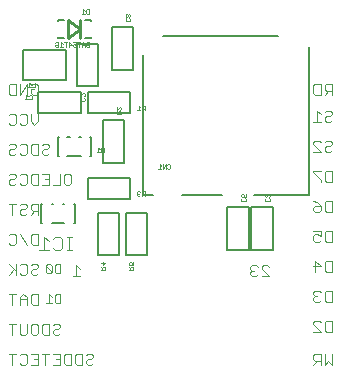
<source format=gbr>
G04 EAGLE Gerber RS-274X export*
G75*
%MOMM*%
%FSLAX34Y34*%
%LPD*%
%INSilkscreen Bottom*%
%IPPOS*%
%AMOC8*
5,1,8,0,0,1.08239X$1,22.5*%
G01*
%ADD10C,0.076200*%
%ADD11C,0.127000*%
%ADD12C,0.025400*%
%ADD13C,0.254000*%
%ADD14C,0.152400*%
%ADD15C,0.101600*%


D10*
X113919Y95552D02*
X110784Y98687D01*
X110784Y89281D01*
X113919Y89281D02*
X107648Y89281D01*
X267668Y89281D02*
X273939Y89281D01*
X267668Y95552D01*
X267668Y97119D01*
X269236Y98687D01*
X272371Y98687D01*
X273939Y97119D01*
X264584Y97119D02*
X263016Y98687D01*
X259881Y98687D01*
X258313Y97119D01*
X258313Y95552D01*
X259881Y93984D01*
X261448Y93984D01*
X259881Y93984D02*
X258313Y92416D01*
X258313Y90849D01*
X259881Y89281D01*
X263016Y89281D01*
X264584Y90849D01*
X120558Y23757D02*
X118990Y22189D01*
X120558Y23757D02*
X123693Y23757D01*
X125261Y22189D01*
X125261Y20622D01*
X123693Y19054D01*
X120558Y19054D01*
X118990Y17486D01*
X118990Y15919D01*
X120558Y14351D01*
X123693Y14351D01*
X125261Y15919D01*
X115905Y14351D02*
X115905Y23757D01*
X115905Y14351D02*
X111202Y14351D01*
X109635Y15919D01*
X109635Y22189D01*
X111202Y23757D01*
X115905Y23757D01*
X106550Y23757D02*
X106550Y14351D01*
X101847Y14351D01*
X100280Y15919D01*
X100280Y22189D01*
X101847Y23757D01*
X106550Y23757D01*
X97195Y23757D02*
X90924Y23757D01*
X97195Y23757D02*
X97195Y14351D01*
X90924Y14351D01*
X94060Y19054D02*
X97195Y19054D01*
X84704Y14351D02*
X84704Y23757D01*
X81569Y23757D02*
X87840Y23757D01*
X78485Y23757D02*
X72214Y23757D01*
X78485Y23757D02*
X78485Y14351D01*
X72214Y14351D01*
X75349Y19054D02*
X78485Y19054D01*
X64426Y23757D02*
X62859Y22189D01*
X64426Y23757D02*
X67562Y23757D01*
X69129Y22189D01*
X69129Y15919D01*
X67562Y14351D01*
X64426Y14351D01*
X62859Y15919D01*
X56639Y14351D02*
X56639Y23757D01*
X59774Y23757D02*
X53504Y23757D01*
X78485Y65151D02*
X78485Y74557D01*
X78485Y65151D02*
X73782Y65151D01*
X72214Y66719D01*
X72214Y72989D01*
X73782Y74557D01*
X78485Y74557D01*
X69129Y71422D02*
X69129Y65151D01*
X69129Y71422D02*
X65994Y74557D01*
X62859Y71422D01*
X62859Y65151D01*
X62859Y69854D02*
X69129Y69854D01*
X56639Y65151D02*
X56639Y74557D01*
X59774Y74557D02*
X53504Y74557D01*
X72214Y98389D02*
X73782Y99957D01*
X76917Y99957D01*
X78485Y98389D01*
X78485Y96822D01*
X76917Y95254D01*
X73782Y95254D01*
X72214Y93686D01*
X72214Y92119D01*
X73782Y90551D01*
X76917Y90551D01*
X78485Y92119D01*
X64426Y99957D02*
X62859Y98389D01*
X64426Y99957D02*
X67562Y99957D01*
X69129Y98389D01*
X69129Y92119D01*
X67562Y90551D01*
X64426Y90551D01*
X62859Y92119D01*
X59774Y90551D02*
X59774Y99957D01*
X53504Y99957D02*
X59774Y93686D01*
X58207Y95254D02*
X53504Y90551D01*
X78485Y115951D02*
X78485Y125357D01*
X78485Y115951D02*
X73782Y115951D01*
X72214Y117519D01*
X72214Y123789D01*
X73782Y125357D01*
X78485Y125357D01*
X69129Y115951D02*
X62859Y125357D01*
X55071Y125357D02*
X53504Y123789D01*
X55071Y125357D02*
X58207Y125357D01*
X59774Y123789D01*
X59774Y117519D01*
X58207Y115951D01*
X55071Y115951D01*
X53504Y117519D01*
X78485Y141351D02*
X78485Y150757D01*
X73782Y150757D01*
X72214Y149189D01*
X72214Y146054D01*
X73782Y144486D01*
X78485Y144486D01*
X75349Y144486D02*
X72214Y141351D01*
X62859Y149189D02*
X64426Y150757D01*
X67562Y150757D01*
X69129Y149189D01*
X69129Y147622D01*
X67562Y146054D01*
X64426Y146054D01*
X62859Y144486D01*
X62859Y142919D01*
X64426Y141351D01*
X67562Y141351D01*
X69129Y142919D01*
X56639Y141351D02*
X56639Y150757D01*
X59774Y150757D02*
X53504Y150757D01*
X101847Y176157D02*
X104983Y176157D01*
X106550Y174589D01*
X106550Y168319D01*
X104983Y166751D01*
X101847Y166751D01*
X100279Y168319D01*
X100279Y174589D01*
X101847Y176157D01*
X97195Y176157D02*
X97195Y166751D01*
X90924Y166751D01*
X87840Y176157D02*
X81569Y176157D01*
X87840Y176157D02*
X87840Y166751D01*
X81569Y166751D01*
X84704Y171454D02*
X87840Y171454D01*
X78485Y176157D02*
X78485Y166751D01*
X73782Y166751D01*
X72214Y168319D01*
X72214Y174589D01*
X73782Y176157D01*
X78485Y176157D01*
X64426Y176157D02*
X62859Y174589D01*
X64426Y176157D02*
X67562Y176157D01*
X69129Y174589D01*
X69129Y168319D01*
X67562Y166751D01*
X64426Y166751D01*
X62859Y168319D01*
X55071Y176157D02*
X53504Y174589D01*
X55071Y176157D02*
X58207Y176157D01*
X59774Y174589D01*
X59774Y173022D01*
X58207Y171454D01*
X55071Y171454D01*
X53504Y169886D01*
X53504Y168319D01*
X55071Y166751D01*
X58207Y166751D01*
X59774Y168319D01*
X81569Y199989D02*
X83137Y201557D01*
X86272Y201557D01*
X87840Y199989D01*
X87840Y198422D01*
X86272Y196854D01*
X83137Y196854D01*
X81569Y195286D01*
X81569Y193719D01*
X83137Y192151D01*
X86272Y192151D01*
X87840Y193719D01*
X78485Y192151D02*
X78485Y201557D01*
X78485Y192151D02*
X73782Y192151D01*
X72214Y193719D01*
X72214Y199989D01*
X73782Y201557D01*
X78485Y201557D01*
X64426Y201557D02*
X62859Y199989D01*
X64426Y201557D02*
X67562Y201557D01*
X69129Y199989D01*
X69129Y193719D01*
X67562Y192151D01*
X64426Y192151D01*
X62859Y193719D01*
X55071Y201557D02*
X53504Y199989D01*
X55071Y201557D02*
X58207Y201557D01*
X59774Y199989D01*
X59774Y198422D01*
X58207Y196854D01*
X55071Y196854D01*
X53504Y195286D01*
X53504Y193719D01*
X55071Y192151D01*
X58207Y192151D01*
X59774Y193719D01*
X78485Y220686D02*
X78485Y226957D01*
X78485Y220686D02*
X75349Y217551D01*
X72214Y220686D01*
X72214Y226957D01*
X64426Y226957D02*
X62859Y225389D01*
X64426Y226957D02*
X67562Y226957D01*
X69129Y225389D01*
X69129Y219119D01*
X67562Y217551D01*
X64426Y217551D01*
X62859Y219119D01*
X55071Y226957D02*
X53504Y225389D01*
X55071Y226957D02*
X58207Y226957D01*
X59774Y225389D01*
X59774Y219119D01*
X58207Y217551D01*
X55071Y217551D01*
X53504Y219119D01*
X72214Y250789D02*
X73782Y252357D01*
X76917Y252357D01*
X78485Y250789D01*
X78485Y244519D01*
X76917Y242951D01*
X73782Y242951D01*
X72214Y244519D01*
X72214Y247654D01*
X75349Y247654D01*
X69129Y242951D02*
X69129Y252357D01*
X62859Y242951D01*
X62859Y252357D01*
X59774Y252357D02*
X59774Y242951D01*
X55071Y242951D01*
X53504Y244519D01*
X53504Y250789D01*
X55071Y252357D01*
X59774Y252357D01*
X327279Y23757D02*
X327279Y14351D01*
X324144Y17486D01*
X321008Y14351D01*
X321008Y23757D01*
X317924Y23757D02*
X317924Y14351D01*
X317924Y23757D02*
X313221Y23757D01*
X311653Y22189D01*
X311653Y19054D01*
X313221Y17486D01*
X317924Y17486D01*
X314788Y17486D02*
X311653Y14351D01*
X327279Y67691D02*
X327279Y77097D01*
X327279Y67691D02*
X322576Y67691D01*
X321008Y69259D01*
X321008Y75529D01*
X322576Y77097D01*
X327279Y77097D01*
X317924Y75529D02*
X316356Y77097D01*
X313221Y77097D01*
X311653Y75529D01*
X311653Y73962D01*
X313221Y72394D01*
X314788Y72394D01*
X313221Y72394D02*
X311653Y70826D01*
X311653Y69259D01*
X313221Y67691D01*
X316356Y67691D01*
X317924Y69259D01*
X327279Y93091D02*
X327279Y102497D01*
X327279Y93091D02*
X322576Y93091D01*
X321008Y94659D01*
X321008Y100929D01*
X322576Y102497D01*
X327279Y102497D01*
X313221Y102497D02*
X313221Y93091D01*
X317924Y97794D02*
X313221Y102497D01*
X311653Y97794D02*
X317924Y97794D01*
X327279Y118491D02*
X327279Y127897D01*
X327279Y118491D02*
X322576Y118491D01*
X321008Y120059D01*
X321008Y126329D01*
X322576Y127897D01*
X327279Y127897D01*
X317924Y127897D02*
X311653Y127897D01*
X317924Y127897D02*
X317924Y123194D01*
X314788Y124762D01*
X313221Y124762D01*
X311653Y123194D01*
X311653Y120059D01*
X313221Y118491D01*
X316356Y118491D01*
X317924Y120059D01*
X327279Y143891D02*
X327279Y153297D01*
X327279Y143891D02*
X322576Y143891D01*
X321008Y145459D01*
X321008Y151729D01*
X322576Y153297D01*
X327279Y153297D01*
X314788Y151729D02*
X311653Y153297D01*
X314788Y151729D02*
X317924Y148594D01*
X317924Y145459D01*
X316356Y143891D01*
X313221Y143891D01*
X311653Y145459D01*
X311653Y147026D01*
X313221Y148594D01*
X317924Y148594D01*
X327279Y169291D02*
X327279Y178697D01*
X327279Y169291D02*
X322576Y169291D01*
X321008Y170859D01*
X321008Y177129D01*
X322576Y178697D01*
X327279Y178697D01*
X317924Y178697D02*
X311653Y178697D01*
X311653Y177129D01*
X317924Y170859D01*
X317924Y169291D01*
X321008Y202529D02*
X322576Y204097D01*
X325711Y204097D01*
X327279Y202529D01*
X327279Y200962D01*
X325711Y199394D01*
X322576Y199394D01*
X321008Y197826D01*
X321008Y196259D01*
X322576Y194691D01*
X325711Y194691D01*
X327279Y196259D01*
X317924Y194691D02*
X311653Y194691D01*
X317924Y194691D02*
X311653Y200962D01*
X311653Y202529D01*
X313221Y204097D01*
X316356Y204097D01*
X317924Y202529D01*
X321008Y227929D02*
X322576Y229497D01*
X325711Y229497D01*
X327279Y227929D01*
X327279Y226362D01*
X325711Y224794D01*
X322576Y224794D01*
X321008Y223226D01*
X321008Y221659D01*
X322576Y220091D01*
X325711Y220091D01*
X327279Y221659D01*
X317924Y226362D02*
X314788Y229497D01*
X314788Y220091D01*
X311653Y220091D02*
X317924Y220091D01*
X97409Y99193D02*
X97409Y91821D01*
X93723Y91821D01*
X92494Y93050D01*
X92494Y97965D01*
X93723Y99193D01*
X97409Y99193D01*
X89925Y97965D02*
X89925Y93050D01*
X89925Y97965D02*
X88696Y99193D01*
X86239Y99193D01*
X85010Y97965D01*
X85010Y93050D01*
X86239Y91821D01*
X88696Y91821D01*
X89925Y93050D01*
X85010Y97965D01*
X97409Y73793D02*
X97409Y66421D01*
X93723Y66421D01*
X92494Y67650D01*
X92494Y72565D01*
X93723Y73793D01*
X97409Y73793D01*
X89925Y71336D02*
X87467Y73793D01*
X87467Y66421D01*
X85010Y66421D02*
X89925Y66421D01*
X327279Y51697D02*
X327279Y42291D01*
X322576Y42291D01*
X321008Y43859D01*
X321008Y50129D01*
X322576Y51697D01*
X327279Y51697D01*
X317924Y42291D02*
X311653Y42291D01*
X317924Y42291D02*
X311653Y48562D01*
X311653Y50129D01*
X313221Y51697D01*
X316356Y51697D01*
X317924Y50129D01*
X92492Y49157D02*
X90924Y47589D01*
X92492Y49157D02*
X95627Y49157D01*
X97195Y47589D01*
X97195Y46022D01*
X95627Y44454D01*
X92492Y44454D01*
X90924Y42886D01*
X90924Y41319D01*
X92492Y39751D01*
X95627Y39751D01*
X97195Y41319D01*
X87840Y39751D02*
X87840Y49157D01*
X87840Y39751D02*
X83137Y39751D01*
X81569Y41319D01*
X81569Y47589D01*
X83137Y49157D01*
X87840Y49157D01*
X76917Y49157D02*
X73782Y49157D01*
X76917Y49157D02*
X78485Y47589D01*
X78485Y41319D01*
X76917Y39751D01*
X73782Y39751D01*
X72214Y41319D01*
X72214Y47589D01*
X73782Y49157D01*
X69129Y49157D02*
X69129Y41319D01*
X67562Y39751D01*
X64426Y39751D01*
X62859Y41319D01*
X62859Y49157D01*
X56639Y49157D02*
X56639Y39751D01*
X59774Y49157D02*
X53504Y49157D01*
X327279Y242951D02*
X327279Y252357D01*
X322576Y252357D01*
X321008Y250789D01*
X321008Y247654D01*
X322576Y246086D01*
X327279Y246086D01*
X324144Y246086D02*
X321008Y242951D01*
X317924Y242951D02*
X317924Y252357D01*
X317924Y242951D02*
X313221Y242951D01*
X311653Y244519D01*
X311653Y250789D01*
X313221Y252357D01*
X317924Y252357D01*
D11*
X96220Y191300D02*
X95220Y191300D01*
X95220Y207300D01*
X96220Y207300D01*
X122220Y191300D02*
X123220Y191300D01*
X123220Y207300D01*
X122220Y207300D01*
X115220Y191300D02*
X103220Y191300D01*
X103220Y207300D02*
X105220Y207300D01*
X113220Y207300D02*
X115220Y207300D01*
D12*
X134357Y197906D02*
X134357Y194729D01*
X133722Y194093D01*
X132451Y194093D01*
X131815Y194729D01*
X131815Y197906D01*
X130615Y196635D02*
X129344Y197906D01*
X129344Y194093D01*
X130615Y194093D02*
X128073Y194093D01*
D11*
X78520Y227310D02*
X78520Y245310D01*
X78520Y227310D02*
X114520Y227310D01*
X114520Y245310D01*
X78520Y245310D01*
D12*
X71626Y242790D02*
X70991Y242155D01*
X71626Y242790D02*
X72897Y242790D01*
X73533Y242155D01*
X73533Y239613D01*
X72897Y238977D01*
X71626Y238977D01*
X70991Y239613D01*
X69791Y241519D02*
X68520Y242790D01*
X68520Y238977D01*
X69791Y238977D02*
X67249Y238977D01*
D11*
X65525Y255740D02*
X102355Y255740D01*
X102355Y281140D01*
X65525Y281140D01*
X65525Y255740D01*
D12*
X76057Y253076D02*
X76057Y249263D01*
X73515Y249263D01*
X72315Y251805D02*
X71044Y253076D01*
X71044Y249263D01*
X72315Y249263D02*
X69773Y249263D01*
D13*
X114220Y298540D02*
X114220Y306000D01*
X114220Y298540D02*
X114220Y291080D01*
X114220Y298540D02*
X104220Y306000D01*
X104220Y291080D01*
X114220Y298540D01*
D11*
X123220Y305540D02*
X123220Y306540D01*
X118220Y306540D01*
X95220Y306540D02*
X95220Y305540D01*
X95220Y306540D02*
X100220Y306540D01*
X123220Y291540D02*
X123220Y290540D01*
X118220Y290540D01*
X95220Y290540D02*
X95220Y291540D01*
X95220Y290540D02*
X100220Y290540D01*
D12*
X121793Y311367D02*
X121793Y315180D01*
X121793Y311367D02*
X119886Y311367D01*
X119251Y312003D01*
X119251Y314545D01*
X119886Y315180D01*
X121793Y315180D01*
X118051Y313909D02*
X116780Y315180D01*
X116780Y311367D01*
X118051Y311367D02*
X115509Y311367D01*
X121793Y287240D02*
X121793Y283427D01*
X121793Y287240D02*
X119886Y287240D01*
X119251Y286605D01*
X119251Y285969D01*
X119886Y285334D01*
X119251Y284698D01*
X119251Y284063D01*
X119886Y283427D01*
X121793Y283427D01*
X121793Y285334D02*
X119886Y285334D01*
X118051Y285969D02*
X118051Y283427D01*
X118051Y285969D02*
X116780Y287240D01*
X115509Y285969D01*
X115509Y283427D01*
X115509Y285334D02*
X118051Y285334D01*
X113038Y283427D02*
X113038Y287240D01*
X114309Y287240D02*
X111767Y287240D01*
X110567Y287240D02*
X108025Y287240D01*
X110567Y287240D02*
X110567Y285334D01*
X109296Y285969D01*
X108660Y285969D01*
X108025Y285334D01*
X108025Y284063D01*
X108660Y283427D01*
X109931Y283427D01*
X110567Y284063D01*
X104918Y283427D02*
X104918Y287240D01*
X106825Y285334D01*
X104283Y285334D01*
X101812Y287240D02*
X101812Y283427D01*
X103083Y287240D02*
X100541Y287240D01*
X99341Y285969D02*
X98070Y287240D01*
X98070Y283427D01*
X99341Y283427D02*
X96798Y283427D01*
X93056Y286605D02*
X93692Y287240D01*
X94963Y287240D01*
X95599Y286605D01*
X95599Y284063D01*
X94963Y283427D01*
X93692Y283427D01*
X93056Y284063D01*
X93056Y285334D01*
X94328Y285334D01*
D11*
X156430Y245130D02*
X156430Y227130D01*
X156430Y245130D02*
X120430Y245130D01*
X120430Y227130D01*
X156430Y227130D01*
D12*
X168647Y229653D02*
X168647Y233466D01*
X166741Y233466D01*
X166105Y232831D01*
X166105Y231560D01*
X166741Y230924D01*
X168647Y230924D01*
X167376Y230924D02*
X166105Y229653D01*
X164905Y232195D02*
X163634Y233466D01*
X163634Y229653D01*
X164905Y229653D02*
X162363Y229653D01*
D11*
X151330Y221200D02*
X133330Y221200D01*
X133330Y185200D01*
X151330Y185200D01*
X151330Y221200D01*
D12*
X148810Y226187D02*
X144997Y226187D01*
X148810Y226187D02*
X148810Y228094D01*
X148175Y228729D01*
X146904Y228729D01*
X146268Y228094D01*
X146268Y226187D01*
X146268Y227458D02*
X144997Y228729D01*
X144997Y229929D02*
X144997Y232471D01*
X144997Y229929D02*
X147539Y232471D01*
X148175Y232471D01*
X148810Y231836D01*
X148810Y230565D01*
X148175Y229929D01*
D11*
X129560Y249970D02*
X111560Y249970D01*
X129560Y249970D02*
X129560Y285970D01*
X111560Y285970D01*
X111560Y249970D01*
D12*
X117261Y240295D02*
X117896Y239659D01*
X117896Y238388D01*
X117261Y237753D01*
X114719Y237753D01*
X114083Y238388D01*
X114083Y239659D01*
X114719Y240295D01*
X114083Y241495D02*
X114083Y244037D01*
X114083Y241495D02*
X116625Y244037D01*
X117261Y244037D01*
X117896Y243402D01*
X117896Y242130D01*
X117261Y241495D01*
D11*
X259060Y147540D02*
X277060Y147540D01*
X259060Y147540D02*
X259060Y111540D01*
X277060Y111540D01*
X277060Y147540D01*
D12*
X274540Y154434D02*
X273905Y155069D01*
X274540Y154434D02*
X274540Y153163D01*
X273905Y152527D01*
X271363Y152527D01*
X270727Y153163D01*
X270727Y154434D01*
X271363Y155069D01*
X273905Y156269D02*
X274540Y156905D01*
X274540Y158176D01*
X273905Y158811D01*
X273269Y158811D01*
X272634Y158176D01*
X272634Y157540D01*
X272634Y158176D02*
X271998Y158811D01*
X271363Y158811D01*
X270727Y158176D01*
X270727Y156905D01*
X271363Y156269D01*
D11*
X256740Y147540D02*
X238740Y147540D01*
X238740Y111540D01*
X256740Y111540D01*
X256740Y147540D01*
D12*
X254220Y154434D02*
X253585Y155069D01*
X254220Y154434D02*
X254220Y153163D01*
X253585Y152527D01*
X251043Y152527D01*
X250407Y153163D01*
X250407Y154434D01*
X251043Y155069D01*
X254220Y156269D02*
X254220Y158811D01*
X254220Y156269D02*
X252314Y156269D01*
X252949Y157540D01*
X252949Y158176D01*
X252314Y158811D01*
X251043Y158811D01*
X250407Y158176D01*
X250407Y156905D01*
X251043Y156269D01*
D11*
X156430Y154740D02*
X156430Y172740D01*
X120430Y172740D01*
X120430Y154740D01*
X156430Y154740D01*
D12*
X168647Y157263D02*
X168647Y161076D01*
X166741Y161076D01*
X166105Y160441D01*
X166105Y159170D01*
X166741Y158534D01*
X168647Y158534D01*
X167376Y158534D02*
X166105Y157263D01*
X164905Y160441D02*
X164270Y161076D01*
X162998Y161076D01*
X162363Y160441D01*
X162363Y159805D01*
X162998Y159170D01*
X163634Y159170D01*
X162998Y159170D02*
X162363Y158534D01*
X162363Y157899D01*
X162998Y157263D01*
X164270Y157263D01*
X164905Y157899D01*
D11*
X147110Y106780D02*
X129110Y106780D01*
X147110Y106780D02*
X147110Y142780D01*
X129110Y142780D01*
X129110Y106780D01*
D12*
X131633Y94563D02*
X135446Y94563D01*
X135446Y96469D01*
X134811Y97105D01*
X133540Y97105D01*
X132904Y96469D01*
X132904Y94563D01*
X132904Y95834D02*
X131633Y97105D01*
X131633Y100212D02*
X135446Y100212D01*
X133540Y98305D01*
X133540Y100847D01*
D11*
X152760Y106780D02*
X170760Y106780D01*
X170760Y142780D01*
X152760Y142780D01*
X152760Y106780D01*
D12*
X155283Y94563D02*
X159096Y94563D01*
X159096Y96469D01*
X158461Y97105D01*
X157190Y97105D01*
X156554Y96469D01*
X156554Y94563D01*
X156554Y95834D02*
X155283Y97105D01*
X159096Y98305D02*
X159096Y100847D01*
X159096Y98305D02*
X157190Y98305D01*
X157825Y99576D01*
X157825Y100212D01*
X157190Y100847D01*
X155919Y100847D01*
X155283Y100212D01*
X155283Y98940D01*
X155919Y98305D01*
D11*
X307640Y157880D02*
X307640Y283480D01*
X167640Y276480D02*
X167640Y157880D01*
X184640Y292880D02*
X281640Y292880D01*
X175560Y157880D02*
X167640Y157880D01*
X261620Y157880D02*
X307640Y157880D01*
X233980Y157880D02*
X200660Y157880D01*
D12*
X187797Y183421D02*
X188433Y184056D01*
X189704Y184056D01*
X190339Y183421D01*
X190339Y180879D01*
X189704Y180243D01*
X188433Y180243D01*
X187797Y180879D01*
X186597Y180243D02*
X186597Y184056D01*
X184055Y180243D01*
X184055Y184056D01*
X182855Y182785D02*
X181584Y184056D01*
X181584Y180243D01*
X182855Y180243D02*
X180313Y180243D01*
D11*
X158860Y299940D02*
X140860Y299940D01*
X140860Y263940D01*
X158860Y263940D01*
X158860Y299940D01*
D12*
X156340Y306834D02*
X155705Y307469D01*
X156340Y306834D02*
X156340Y305563D01*
X155705Y304927D01*
X153163Y304927D01*
X152527Y305563D01*
X152527Y306834D01*
X153163Y307469D01*
X155705Y308669D02*
X156340Y309305D01*
X156340Y310576D01*
X155705Y311211D01*
X155069Y311211D01*
X154434Y310576D01*
X153798Y311211D01*
X153163Y311211D01*
X152527Y310576D01*
X152527Y309305D01*
X153163Y308669D01*
X153798Y308669D01*
X154434Y309305D01*
X155069Y308669D01*
X155705Y308669D01*
X154434Y309305D02*
X154434Y310576D01*
D14*
X109470Y150340D02*
X109470Y134140D01*
X81030Y134140D02*
X81030Y150340D01*
X90030Y134140D02*
X100470Y134140D01*
X90970Y150340D02*
X90030Y150340D01*
X99530Y150340D02*
X100470Y150340D01*
X81970Y150340D02*
X81030Y150340D01*
X108530Y150340D02*
X109470Y150340D01*
X109470Y134140D02*
X108530Y134140D01*
X81970Y134140D02*
X81030Y134140D01*
D15*
X102978Y110998D02*
X106876Y110998D01*
X104927Y110998D02*
X104927Y122692D01*
X106876Y122692D02*
X102978Y122692D01*
X93233Y122692D02*
X91284Y120743D01*
X93233Y122692D02*
X97131Y122692D01*
X99080Y120743D01*
X99080Y112947D01*
X97131Y110998D01*
X93233Y110998D01*
X91284Y112947D01*
X87386Y118794D02*
X83488Y122692D01*
X83488Y110998D01*
X87386Y110998D02*
X79590Y110998D01*
M02*

</source>
